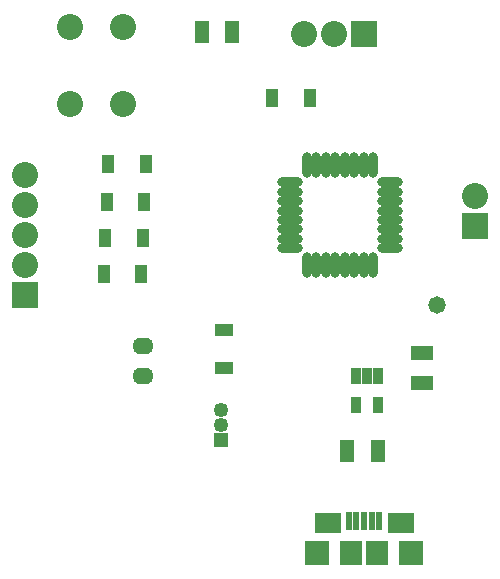
<source format=gts>
G04*
G04 #@! TF.GenerationSoftware,Altium Limited,Altium Designer,21.0.9 (235)*
G04*
G04 Layer_Color=8388736*
%FSLAX44Y44*%
%MOMM*%
G71*
G04*
G04 #@! TF.SameCoordinates,A0518373-5DC4-4E38-8A05-EEFCEC3494AD*
G04*
G04*
G04 #@! TF.FilePolarity,Negative*
G04*
G01*
G75*
%ADD22R,1.0000X1.5000*%
%ADD26R,1.5000X1.0000*%
%ADD27O,0.8032X2.1532*%
%ADD28O,2.1532X0.8032*%
%ADD29R,0.6032X1.6032*%
%ADD30R,2.3032X1.8032*%
%ADD31R,2.0032X2.1032*%
%ADD32R,1.9532X2.1032*%
%ADD33R,1.3032X1.9032*%
%ADD34R,0.9032X1.3532*%
%ADD35R,1.9032X1.3032*%
%ADD36O,1.8032X1.4032*%
%ADD37R,1.2532X1.2532*%
%ADD38C,1.2532*%
%ADD39R,2.2032X2.2032*%
%ADD40C,2.2032*%
%ADD41R,2.2032X2.2032*%
%ADD42C,1.4732*%
D22*
X466850Y596900D02*
D03*
X434850D02*
D03*
X433580Y566420D02*
D03*
X465580D02*
D03*
X608330Y715010D02*
D03*
X576330D02*
D03*
X437390Y659130D02*
D03*
X469390D02*
D03*
X436120Y627380D02*
D03*
X468120D02*
D03*
D26*
X535940Y486920D02*
D03*
Y518920D02*
D03*
D27*
X605730Y658200D02*
D03*
X613730D02*
D03*
X621730D02*
D03*
X629730D02*
D03*
X637730D02*
D03*
X645730D02*
D03*
X653730D02*
D03*
X661730D02*
D03*
Y573700D02*
D03*
X653730D02*
D03*
X645730D02*
D03*
X637730D02*
D03*
X629730D02*
D03*
X621730D02*
D03*
X613730D02*
D03*
X605730D02*
D03*
D28*
X675980Y643950D02*
D03*
Y635950D02*
D03*
Y627950D02*
D03*
Y619950D02*
D03*
Y611950D02*
D03*
Y603950D02*
D03*
Y595950D02*
D03*
Y587950D02*
D03*
X591480D02*
D03*
Y595950D02*
D03*
Y603950D02*
D03*
Y611950D02*
D03*
Y619950D02*
D03*
Y627950D02*
D03*
Y635950D02*
D03*
Y643950D02*
D03*
D29*
X641230Y356700D02*
D03*
X647730D02*
D03*
X654230D02*
D03*
X660730D02*
D03*
X667230D02*
D03*
D30*
X623230Y355700D02*
D03*
X685230D02*
D03*
D31*
X614230Y330200D02*
D03*
X694230D02*
D03*
D32*
X642980D02*
D03*
X665480D02*
D03*
D33*
X516590Y770890D02*
D03*
X542590D02*
D03*
X665780Y416560D02*
D03*
X639780D02*
D03*
D34*
X666090Y479610D02*
D03*
X656590D02*
D03*
X647090D02*
D03*
Y455110D02*
D03*
X666090D02*
D03*
D35*
X703580Y499711D02*
D03*
Y473710D02*
D03*
D36*
X467360Y505460D02*
D03*
Y480060D02*
D03*
D37*
X533400Y425450D02*
D03*
D38*
Y438150D02*
D03*
Y450850D02*
D03*
D39*
X748030Y607060D02*
D03*
X367030Y548640D02*
D03*
D40*
X748030Y632460D02*
D03*
X628650Y769620D02*
D03*
X603250D02*
D03*
X450490Y775450D02*
D03*
X405490D02*
D03*
X450490Y710450D02*
D03*
X405490D02*
D03*
X367030Y599440D02*
D03*
Y574040D02*
D03*
Y624840D02*
D03*
Y650240D02*
D03*
D41*
X654050Y769620D02*
D03*
D42*
X716280Y539750D02*
D03*
M02*

</source>
